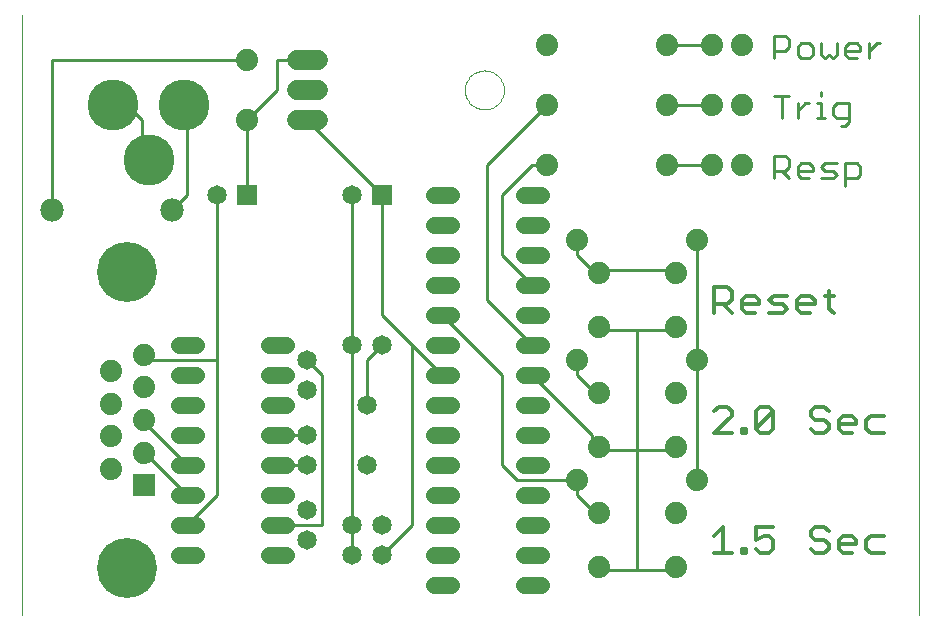
<source format=gtl>
G75*
G70*
%OFA0B0*%
%FSLAX24Y24*%
%IPPOS*%
%LPD*%
%AMOC8*
5,1,8,0,0,1.08239X$1,22.5*
%
%ADD10C,0.0000*%
%ADD11C,0.0120*%
%ADD12C,0.0100*%
%ADD13C,0.0560*%
%ADD14R,0.0740X0.0740*%
%ADD15C,0.0740*%
%ADD16C,0.2000*%
%ADD17C,0.0650*%
%ADD18C,0.0680*%
%ADD19R,0.0650X0.0650*%
%ADD20C,0.1700*%
%ADD21C,0.0780*%
D10*
X002863Y000100D02*
X002863Y020096D01*
X017613Y017600D02*
X017615Y017650D01*
X017621Y017700D01*
X017631Y017750D01*
X017644Y017798D01*
X017661Y017846D01*
X017682Y017892D01*
X017706Y017936D01*
X017734Y017978D01*
X017765Y018018D01*
X017799Y018055D01*
X017836Y018090D01*
X017875Y018121D01*
X017916Y018150D01*
X017960Y018175D01*
X018006Y018197D01*
X018053Y018215D01*
X018101Y018229D01*
X018150Y018240D01*
X018200Y018247D01*
X018250Y018250D01*
X018301Y018249D01*
X018351Y018244D01*
X018401Y018235D01*
X018449Y018223D01*
X018497Y018206D01*
X018543Y018186D01*
X018588Y018163D01*
X018631Y018136D01*
X018671Y018106D01*
X018709Y018073D01*
X018744Y018037D01*
X018777Y017998D01*
X018806Y017957D01*
X018832Y017914D01*
X018855Y017869D01*
X018874Y017822D01*
X018889Y017774D01*
X018901Y017725D01*
X018909Y017675D01*
X018913Y017625D01*
X018913Y017575D01*
X018909Y017525D01*
X018901Y017475D01*
X018889Y017426D01*
X018874Y017378D01*
X018855Y017331D01*
X018832Y017286D01*
X018806Y017243D01*
X018777Y017202D01*
X018744Y017163D01*
X018709Y017127D01*
X018671Y017094D01*
X018631Y017064D01*
X018588Y017037D01*
X018543Y017014D01*
X018497Y016994D01*
X018449Y016977D01*
X018401Y016965D01*
X018351Y016956D01*
X018301Y016951D01*
X018250Y016950D01*
X018200Y016953D01*
X018150Y016960D01*
X018101Y016971D01*
X018053Y016985D01*
X018006Y017003D01*
X017960Y017025D01*
X017916Y017050D01*
X017875Y017079D01*
X017836Y017110D01*
X017799Y017145D01*
X017765Y017182D01*
X017734Y017222D01*
X017706Y017264D01*
X017682Y017308D01*
X017661Y017354D01*
X017644Y017402D01*
X017631Y017450D01*
X017621Y017500D01*
X017615Y017550D01*
X017613Y017600D01*
X032733Y020096D02*
X032733Y000100D01*
D11*
X031575Y002160D02*
X031134Y002160D01*
X030988Y002307D01*
X030988Y002600D01*
X031134Y002747D01*
X031575Y002747D01*
X030654Y002600D02*
X030654Y002454D01*
X030067Y002454D01*
X030067Y002600D02*
X030214Y002747D01*
X030507Y002747D01*
X030654Y002600D01*
X030507Y002160D02*
X030214Y002160D01*
X030067Y002307D01*
X030067Y002600D01*
X029733Y002454D02*
X029733Y002307D01*
X029586Y002160D01*
X029293Y002160D01*
X029146Y002307D01*
X029293Y002600D02*
X029586Y002600D01*
X029733Y002454D01*
X029293Y002600D02*
X029146Y002747D01*
X029146Y002894D01*
X029293Y003041D01*
X029586Y003041D01*
X029733Y002894D01*
X027892Y003041D02*
X027304Y003041D01*
X027304Y002600D01*
X027598Y002747D01*
X027745Y002747D01*
X027892Y002600D01*
X027892Y002307D01*
X027745Y002160D01*
X027451Y002160D01*
X027304Y002307D01*
X026991Y002307D02*
X026991Y002160D01*
X026844Y002160D01*
X026844Y002307D01*
X026991Y002307D01*
X026510Y002160D02*
X025923Y002160D01*
X026217Y002160D02*
X026217Y003041D01*
X025923Y002747D01*
X025923Y006160D02*
X026510Y006747D01*
X026510Y006894D01*
X026364Y007041D01*
X026070Y007041D01*
X025923Y006894D01*
X026844Y006307D02*
X026991Y006307D01*
X026991Y006160D01*
X026844Y006160D01*
X026844Y006307D01*
X026510Y006160D02*
X025923Y006160D01*
X027304Y006307D02*
X027451Y006160D01*
X027745Y006160D01*
X027892Y006307D01*
X027892Y006894D01*
X027304Y006307D01*
X027304Y006894D01*
X027451Y007041D01*
X027745Y007041D01*
X027892Y006894D01*
X029146Y006894D02*
X029146Y006747D01*
X029293Y006600D01*
X029586Y006600D01*
X029733Y006454D01*
X029733Y006307D01*
X029586Y006160D01*
X029293Y006160D01*
X029146Y006307D01*
X029146Y006894D02*
X029293Y007041D01*
X029586Y007041D01*
X029733Y006894D01*
X030067Y006600D02*
X030214Y006747D01*
X030507Y006747D01*
X030654Y006600D01*
X030654Y006454D01*
X030067Y006454D01*
X030067Y006600D02*
X030067Y006307D01*
X030214Y006160D01*
X030507Y006160D01*
X030988Y006307D02*
X030988Y006600D01*
X031134Y006747D01*
X031575Y006747D01*
X030988Y006307D02*
X031134Y006160D01*
X031575Y006160D01*
X029900Y010160D02*
X029753Y010307D01*
X029753Y010894D01*
X029606Y010747D02*
X029900Y010747D01*
X029273Y010600D02*
X029273Y010454D01*
X028686Y010454D01*
X028686Y010600D02*
X028686Y010307D01*
X028832Y010160D01*
X029126Y010160D01*
X029273Y010600D02*
X029126Y010747D01*
X028832Y010747D01*
X028686Y010600D01*
X028352Y010747D02*
X027912Y010747D01*
X027765Y010600D01*
X027912Y010454D01*
X028205Y010454D01*
X028352Y010307D01*
X028205Y010160D01*
X027765Y010160D01*
X027431Y010454D02*
X026844Y010454D01*
X026844Y010600D02*
X026844Y010307D01*
X026991Y010160D01*
X027284Y010160D01*
X027431Y010454D02*
X027431Y010600D01*
X027284Y010747D01*
X026991Y010747D01*
X026844Y010600D01*
X026510Y010600D02*
X026364Y010454D01*
X025923Y010454D01*
X026217Y010454D02*
X026510Y010160D01*
X026510Y010600D02*
X026510Y010894D01*
X026364Y011041D01*
X025923Y011041D01*
X025923Y010160D01*
D12*
X024643Y009710D02*
X024363Y009600D01*
X023363Y009600D01*
X023363Y005600D01*
X023363Y001600D01*
X022363Y001600D01*
X022083Y001710D01*
X023363Y001600D02*
X024363Y001600D01*
X024643Y001710D01*
X022083Y003490D02*
X021863Y003600D01*
X021363Y004100D01*
X021363Y004600D01*
X019363Y004600D01*
X018863Y005100D01*
X018863Y008100D01*
X016863Y010100D01*
X018363Y010600D02*
X018363Y015100D01*
X020363Y017100D01*
X020363Y015100D02*
X019863Y015100D01*
X018863Y014100D01*
X018863Y012100D01*
X019863Y011100D01*
X018363Y010600D02*
X019863Y009100D01*
X019863Y008100D02*
X021863Y006100D01*
X021863Y005600D01*
X022083Y005710D01*
X022363Y005600D01*
X023363Y005600D01*
X024363Y005600D01*
X024643Y005710D01*
X025363Y004600D02*
X025363Y008600D01*
X025363Y012600D01*
X024643Y011490D02*
X024363Y011600D01*
X022363Y011600D01*
X022083Y011490D01*
X021863Y011600D01*
X021363Y012100D01*
X021363Y012600D01*
X024363Y015100D02*
X025863Y015100D01*
X027913Y014904D02*
X028294Y014904D01*
X028420Y015030D01*
X028420Y015284D01*
X028294Y015411D01*
X027913Y015411D01*
X027913Y014650D01*
X028167Y014904D02*
X028420Y014650D01*
X028705Y014777D02*
X028705Y015030D01*
X028832Y015157D01*
X029085Y015157D01*
X029212Y015030D01*
X029212Y014904D01*
X028705Y014904D01*
X028705Y014777D02*
X028832Y014650D01*
X029085Y014650D01*
X029497Y014650D02*
X029877Y014650D01*
X030004Y014777D01*
X029877Y014904D01*
X029624Y014904D01*
X029497Y015030D01*
X029624Y015157D01*
X030004Y015157D01*
X030289Y015157D02*
X030669Y015157D01*
X030796Y015030D01*
X030796Y014777D01*
X030669Y014650D01*
X030289Y014650D01*
X030289Y014396D02*
X030289Y015157D01*
X030273Y016396D02*
X030146Y016396D01*
X030273Y016396D02*
X030400Y016523D01*
X030400Y017157D01*
X030020Y017157D01*
X029893Y017030D01*
X029893Y016777D01*
X030020Y016650D01*
X030400Y016650D01*
X029619Y016650D02*
X029365Y016650D01*
X029492Y016650D02*
X029492Y017157D01*
X029365Y017157D01*
X029085Y017157D02*
X028959Y017157D01*
X028705Y016904D01*
X028705Y017157D02*
X028705Y016650D01*
X028167Y016650D02*
X028167Y017411D01*
X028420Y017411D02*
X027913Y017411D01*
X029492Y017411D02*
X029492Y017537D01*
X029624Y018650D02*
X029497Y018777D01*
X029497Y019157D01*
X029212Y019030D02*
X029085Y019157D01*
X028832Y019157D01*
X028705Y019030D01*
X028705Y018777D01*
X028832Y018650D01*
X029085Y018650D01*
X029212Y018777D01*
X029212Y019030D01*
X029624Y018650D02*
X029751Y018777D01*
X029877Y018650D01*
X030004Y018777D01*
X030004Y019157D01*
X030289Y019030D02*
X030416Y019157D01*
X030669Y019157D01*
X030796Y019030D01*
X030796Y018904D01*
X030289Y018904D01*
X030289Y019030D02*
X030289Y018777D01*
X030416Y018650D01*
X030669Y018650D01*
X031081Y018650D02*
X031081Y019157D01*
X031081Y018904D02*
X031334Y019157D01*
X031461Y019157D01*
X028420Y019030D02*
X028294Y018904D01*
X027913Y018904D01*
X027913Y018650D02*
X027913Y019411D01*
X028294Y019411D01*
X028420Y019284D01*
X028420Y019030D01*
X025863Y019100D02*
X024363Y019100D01*
X024363Y017100D02*
X025863Y017100D01*
X014863Y014100D02*
X012363Y016600D01*
X011363Y017600D02*
X010363Y016600D01*
X010363Y014100D01*
X009363Y014100D02*
X009363Y008600D01*
X006863Y008600D01*
X006922Y008781D01*
X009363Y008600D02*
X009363Y004100D01*
X008363Y003100D01*
X008363Y004100D02*
X006863Y005600D01*
X006922Y005509D01*
X006863Y006600D02*
X008363Y005100D01*
X006922Y006600D02*
X006863Y006600D01*
X011363Y006100D02*
X012363Y006100D01*
X012363Y005100D02*
X011363Y005100D01*
X011363Y003100D02*
X012863Y003100D01*
X012863Y008100D01*
X012363Y008600D01*
X013863Y009100D02*
X013863Y014100D01*
X014863Y014100D02*
X014863Y010100D01*
X015863Y009100D01*
X015863Y003100D01*
X014863Y002100D01*
X013863Y002100D02*
X013863Y003100D01*
X013863Y009100D01*
X014363Y008600D02*
X014363Y007100D01*
X014363Y008600D02*
X014863Y009100D01*
X015863Y009100D02*
X016863Y008100D01*
X021363Y008100D02*
X021363Y008600D01*
X021363Y008100D02*
X021863Y007600D01*
X022083Y007490D01*
X022363Y009600D02*
X022083Y009710D01*
X022363Y009600D02*
X023363Y009600D01*
X011363Y017600D02*
X011363Y018600D01*
X012363Y018600D01*
X010363Y018600D02*
X003863Y018600D01*
X003863Y013600D01*
X006863Y015600D02*
X007076Y015250D01*
X006863Y015600D02*
X006863Y016600D01*
X006363Y017100D01*
X005895Y017100D01*
X008257Y017100D02*
X008363Y017100D01*
X008363Y014100D01*
X007863Y013600D01*
D13*
X008083Y009100D02*
X008643Y009100D01*
X008643Y008100D02*
X008083Y008100D01*
X008083Y007100D02*
X008643Y007100D01*
X008643Y006100D02*
X008083Y006100D01*
X008083Y005100D02*
X008643Y005100D01*
X008643Y004100D02*
X008083Y004100D01*
X008083Y003100D02*
X008643Y003100D01*
X008643Y002100D02*
X008083Y002100D01*
X011083Y002100D02*
X011643Y002100D01*
X011643Y003100D02*
X011083Y003100D01*
X011083Y004100D02*
X011643Y004100D01*
X011643Y005100D02*
X011083Y005100D01*
X011083Y006100D02*
X011643Y006100D01*
X011643Y007100D02*
X011083Y007100D01*
X011083Y008100D02*
X011643Y008100D01*
X011643Y009100D02*
X011083Y009100D01*
X016583Y009100D02*
X017143Y009100D01*
X017143Y008100D02*
X016583Y008100D01*
X016583Y007100D02*
X017143Y007100D01*
X017143Y006100D02*
X016583Y006100D01*
X016583Y005100D02*
X017143Y005100D01*
X017143Y004100D02*
X016583Y004100D01*
X016583Y003100D02*
X017143Y003100D01*
X017143Y002100D02*
X016583Y002100D01*
X016583Y001100D02*
X017143Y001100D01*
X019583Y001100D02*
X020143Y001100D01*
X020143Y002100D02*
X019583Y002100D01*
X019583Y003100D02*
X020143Y003100D01*
X020143Y004100D02*
X019583Y004100D01*
X019583Y005100D02*
X020143Y005100D01*
X020143Y006100D02*
X019583Y006100D01*
X019583Y007100D02*
X020143Y007100D01*
X020143Y008100D02*
X019583Y008100D01*
X019583Y009100D02*
X020143Y009100D01*
X020143Y010100D02*
X019583Y010100D01*
X019583Y011100D02*
X020143Y011100D01*
X020143Y012100D02*
X019583Y012100D01*
X019583Y013100D02*
X020143Y013100D01*
X020143Y014100D02*
X019583Y014100D01*
X017143Y014100D02*
X016583Y014100D01*
X016583Y013100D02*
X017143Y013100D01*
X017143Y012100D02*
X016583Y012100D01*
X016583Y011100D02*
X017143Y011100D01*
X017143Y010100D02*
X016583Y010100D01*
D14*
X006922Y004419D03*
D15*
X005804Y004966D03*
X006922Y005509D03*
X005804Y006057D03*
X006922Y006600D03*
X005804Y007143D03*
X006922Y007691D03*
X005804Y008234D03*
X006922Y008781D03*
X010363Y016600D03*
X010363Y018600D03*
X020363Y019100D03*
X020363Y017100D03*
X020363Y015100D03*
X021363Y012600D03*
X022083Y011490D03*
X022083Y009710D03*
X021363Y008600D03*
X022083Y007490D03*
X024643Y007490D03*
X025363Y008600D03*
X024643Y009710D03*
X024643Y011490D03*
X025363Y012600D03*
X025863Y015100D03*
X026863Y015100D03*
X024363Y015100D03*
X024363Y017100D03*
X025863Y017100D03*
X026863Y017100D03*
X026863Y019100D03*
X025863Y019100D03*
X024363Y019100D03*
X024643Y005710D03*
X025363Y004600D03*
X024643Y003490D03*
X022083Y003490D03*
X021363Y004600D03*
X022083Y005710D03*
X022083Y001710D03*
X024643Y001710D03*
D16*
X006363Y001679D03*
X006363Y011521D03*
D17*
X009363Y014100D03*
X013863Y014100D03*
X013863Y009100D03*
X014863Y009100D03*
X012363Y008600D03*
X012363Y007600D03*
X014363Y007100D03*
X012363Y006100D03*
X012363Y005100D03*
X014363Y005100D03*
X012363Y003600D03*
X012363Y002600D03*
X013863Y002100D03*
X014863Y002100D03*
X014863Y003100D03*
X013863Y003100D03*
D18*
X012703Y016600D02*
X012023Y016600D01*
X012023Y017600D02*
X012703Y017600D01*
X012703Y018600D02*
X012023Y018600D01*
D19*
X010363Y014100D03*
X014863Y014100D03*
D20*
X008257Y017100D03*
X005895Y017100D03*
X007076Y015250D03*
D21*
X007863Y013600D03*
X003863Y013600D03*
M02*

</source>
